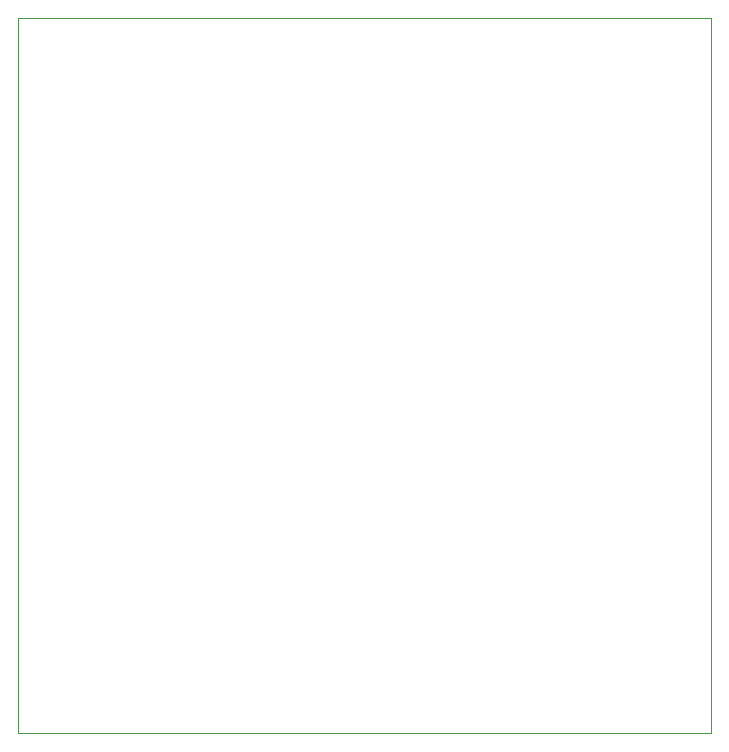
<source format=gm1>
G04 Layer_Color=16711935*
%FSLAX44Y44*%
%MOMM*%
G71*
G01*
G75*
%ADD33C,0.1000*%
D33*
X259080Y259080D02*
Y313690D01*
Y259080D02*
X845820D01*
Y864870D01*
X259080D02*
X845820D01*
X259080Y285750D02*
Y864870D01*
M02*

</source>
